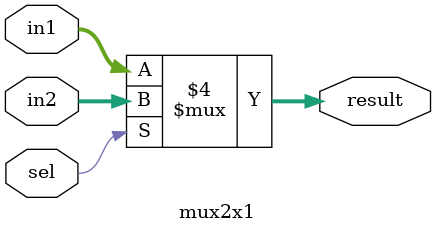
<source format=v>
/*
================================================================================
==                        Informações do Projeto                        ==
================================================================================
Disciplina:   Arquitetura e Organização de Computadores (2025.1)
Professor:    Vítor A. Coutinho
Projeto:      Implementação de um Processador MIPS Monociclo (Projeto da 2ª VA)
Grupo:
              - Giovanna Neves
              - João Pedro Oliveira da Silva
              - José Albérico
              - Lucas Lins

================================================================================
==                        Informações do Arquivo                        ==
================================================================================
Arquivo:      mux2x1.v
Módulo:       mux2x1

Descrição:
              Implementa um multiplexador 2x1 de 32 bits. Este bloco combinacional
				  seleciona, com base no sinal de controle sel, qual dos dois sinais de
				  entrada (in1 ou in2) será encaminhado para a saída result. Quando sel
				  é 0, o valor de in1 é atribuído à saída; caso contrário, in2 é
				  selecionado.
================================================================================
*/

module mux2x1 (in1, in2, sel, result);
    
	//entradas e saídas:
	input wire [31:0] in1;  	   //primeira entrada do mux
   input wire [31:0] in2;  	   //segunda entrada do mux
   input wire sel;               //sel decide qual entrada vai pra saída
   output reg [31:0] result;		//resultado de saida do mux

	//executa sempre que qualquer entrada mudar
	always @(*) begin
        if (sel == 1'b0)			//se o sel for 0, manda in1 pra saída
            result = in1;
        else							//se o sel for 1, envia in2 pra saída
            result = in2;
    end
endmodule
</source>
